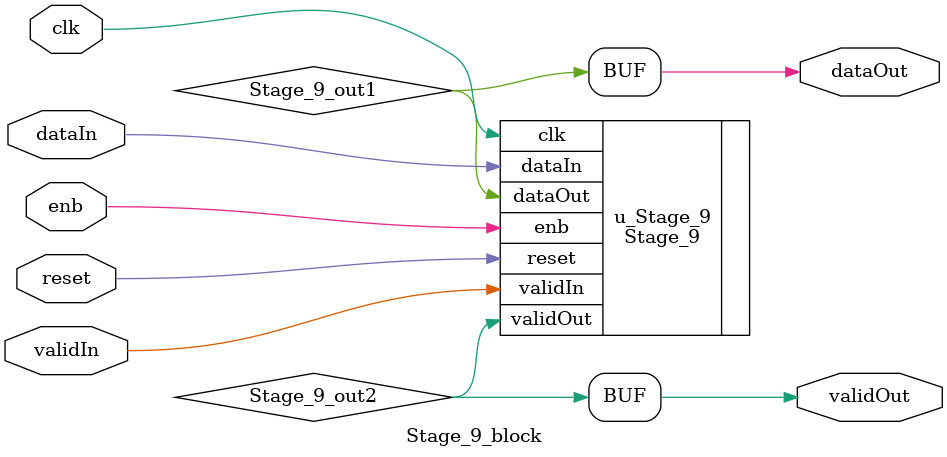
<source format=v>


`timescale 1 ns / 1 ns

module Stage_9_block
          (clk,
           reset,
           enb,
           dataIn,
           validIn,
           dataOut,
           validOut);


  input   clk;
  input   reset;
  input   enb;
  input   dataIn;  // ufix1
  input   validIn;
  output  dataOut;  // ufix1
  output  validOut;


  wire Stage_9_out1;  // ufix1
  wire Stage_9_out2;


  Stage_9 u_Stage_9 (.clk(clk),
                     .reset(reset),
                     .enb(enb),
                     .dataIn(dataIn),  // ufix1
                     .validIn(validIn),
                     .dataOut(Stage_9_out1),  // ufix1
                     .validOut(Stage_9_out2)
                     );

  assign dataOut = Stage_9_out1;

  assign validOut = Stage_9_out2;

endmodule  // Stage_9_block


</source>
